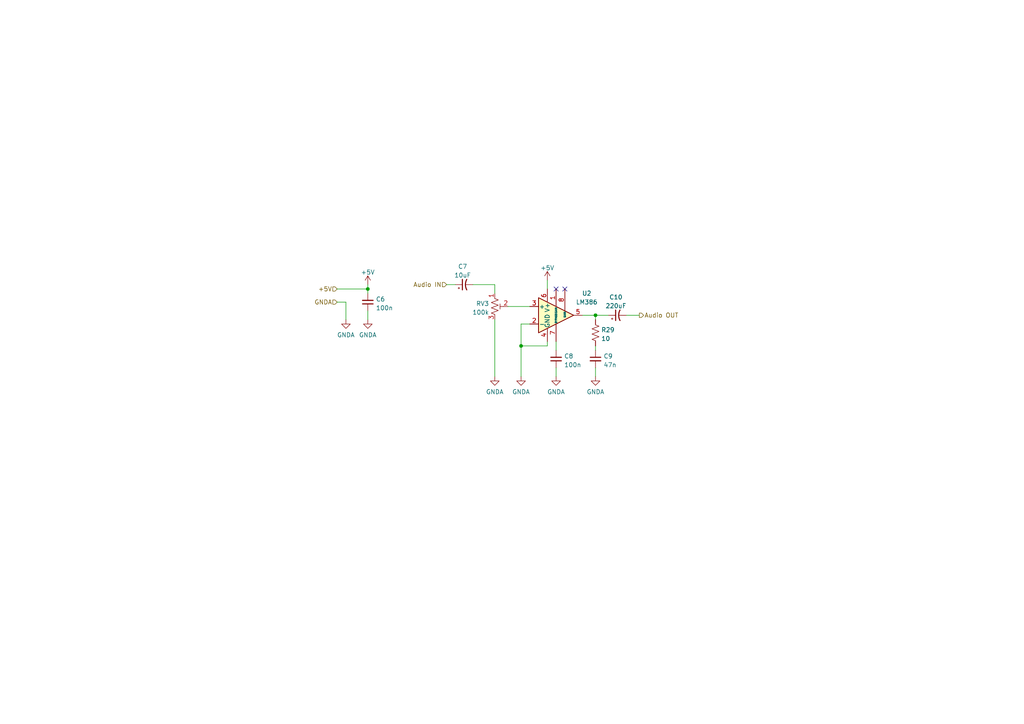
<source format=kicad_sch>
(kicad_sch (version 20230121) (generator eeschema)
  (paper "A4")
  (lib_symbols
    (symbol "Amplifier_Audio:LM386" (pin_names (offset 0.127))
      (property "Reference" "U2" (at 8.89 6.35 0))
      (property "Value" "LM386" (at 8.89 3.81 0))
      (symbol "LM386_0_1"
        (polyline (pts (xy 5.08 0) (xy -5.08 5.08) (xy -5.08 -5.08) (xy 5.08 0)) (stroke (width 0.254)) (fill (type background)))
      )
      (symbol "LM386_1_1"
        (pin input line (at 0 7.62 270) (length 5.08) (name "GAIN") (number "1"))
        (pin input line (at -7.62 -2.54 0) (length 2.54) (name "-") (number "2"))
        (pin input line (at -7.62 2.54 0) (length 2.54) (name "+") (number "3"))
        (pin power_in line (at -2.54 -7.62 90) (length 3.81) (name "GND") (number "4"))
        (pin output line (at 7.62 0 180) (length 2.54) (name "~") (number "5"))
        (pin power_in line (at -2.54 7.62 270) (length 3.81) (name "V+") (number "6"))
        (pin input line (at 0 -7.62 90) (length 5.08) (name "BYPASS") (number "7"))
        (pin input line (at 2.54 7.62 270) (length 6.35) (name "GAIN") (number "8"))
      )
    )
    (symbol "Device:C_Polarized_Small_US" (pin_numbers hide) (pin_names (offset 0.254) hide)
      (property "Reference" "C" (at 0.254 1.778 0))
      (property "Value" "C_Polarized_Small_US" (at 0.254 -2.032 0))
      (symbol "C_Polarized_Small_US_0_1"
        (polyline (pts (xy -1.524 0.508) (xy 1.524 0.508)) (stroke (width 0.3048)))
        (polyline (pts (xy -1.27 1.524) (xy -0.762 1.524)))
        (polyline (pts (xy -1.016 1.27) (xy -1.016 1.778)))
        (arc (start 1.524 -0.762) (mid 0 -0.3734) (end -1.524 -0.762) (stroke (width 0.3048)))
      )
      (symbol "C_Polarized_Small_US_1_1"
        (pin passive line (at 0 2.54 270) (length 2.032) (name "~") (number "1"))
        (pin passive line (at 0 -2.54 90) (length 2.032) (name "~") (number "2"))
      )
    )
    (symbol "Device:C_Small" (pin_numbers hide) (pin_names (offset 0.254) hide)
      (property "Reference" "C" (at 0.254 1.778 0))
      (property "Value" "C_Small" (at 0.254 -2.032 0))
      (symbol "C_Small_0_1"
        (polyline (pts (xy -1.524 -0.508) (xy 1.524 -0.508)) (stroke (width 0.3302)))
        (polyline (pts (xy -1.524 0.508) (xy 1.524 0.508)) (stroke (width 0.3048)))
      )
      (symbol "C_Small_1_1"
        (pin passive line (at 0 2.54 270) (length 2.032) (name "~") (number "1"))
        (pin passive line (at 0 -2.54 90) (length 2.032) (name "~") (number "2"))
      )
    )
    (symbol "Device:R_Potentiometer_Trim_US" (pin_names (offset 1.016) hide)
      (property "Reference" "RV" (at -4.445 0 90))
      (property "Value" "R_Potentiometer_Trim_US" (at -2.54 0 90))
      (symbol "R_Potentiometer_Trim_US_0_1"
        (polyline (pts (xy 0 -2.286) (xy 0 -2.54)))
        (polyline (pts (xy 0 2.286) (xy 0 2.54)))
        (polyline (pts (xy 1.524 0.762) (xy 1.524 -0.762)))
        (polyline (pts (xy 2.54 0) (xy 1.524 0)))
        (polyline (pts (xy 0 -0.762) (xy 1.016 -1.143) (xy 0 -1.524) (xy -1.016 -1.905) (xy 0 -2.286)))
        (polyline (pts (xy 0 0.762) (xy 1.016 0.381) (xy 0 0) (xy -1.016 -0.381) (xy 0 -0.762)))
        (polyline (pts (xy 0 2.286) (xy 1.016 1.905) (xy 0 1.524) (xy -1.016 1.143) (xy 0 0.762)))
      )
      (symbol "R_Potentiometer_Trim_US_1_1"
        (pin passive line (at 0 3.81 270) (length 1.27) (name "1") (number "1"))
        (pin passive line (at 3.81 0 180) (length 1.27) (name "2") (number "2"))
        (pin passive line (at 0 -3.81 90) (length 1.27) (name "3") (number "3"))
      )
    )
    (symbol "Device:R_US" (pin_numbers hide) (pin_names (offset 0))
      (property "Reference" "R" (at 2.54 0 90))
      (property "Value" "R_US" (at -2.54 0 90))
      (symbol "R_US_0_1"
        (polyline (pts (xy 0 -2.286) (xy 0 -2.54)))
        (polyline (pts (xy 0 2.286) (xy 0 2.54)))
        (polyline (pts (xy 0 -0.762) (xy 1.016 -1.143) (xy 0 -1.524) (xy -1.016 -1.905) (xy 0 -2.286)))
        (polyline (pts (xy 0 0.762) (xy 1.016 0.381) (xy 0 0) (xy -1.016 -0.381) (xy 0 -0.762)))
        (polyline (pts (xy 0 2.286) (xy 1.016 1.905) (xy 0 1.524) (xy -1.016 1.143) (xy 0 0.762)))
      )
      (symbol "R_US_1_1"
        (pin passive line (at 0 3.81 270) (length 1.27) (name "~") (number "1"))
        (pin passive line (at 0 -3.81 90) (length 1.27) (name "~") (number "2"))
      )
    )
    (symbol "power:+5V" (power) (pin_names (offset 0))
      (property "Value" "+5V" (at 0 3.556 0))
      (symbol "+5V_0_1"
        (polyline (pts (xy -0.762 1.27) (xy 0 2.54)))
        (polyline (pts (xy 0 0) (xy 0 2.54)))
        (polyline (pts (xy 0 2.54) (xy 0.762 1.27)))
      )
      (symbol "+5V_1_1"
        (pin power_in line (at 0 0 90) (length 0) hide (name "+5V") (number "1"))
      )
    )
    (symbol "power:GNDA" (power) (pin_names (offset 0))
      (property "Value" "GNDA" (at 0 -3.81 0))
      (symbol "GNDA_0_1"
        (polyline (pts (xy 0 0) (xy 0 -1.27) (xy 1.27 -1.27) (xy 0 -2.54) (xy -1.27 -1.27) (xy 0 -1.27)))
      )
      (symbol "GNDA_1_1"
        (pin power_in line (at 0 0 270) (length 0) hide (name "GNDA") (number "1"))
      )
    )
  )
  (junction (at 151.13 100.33))
  (junction (at 172.72 91.44))
  (junction (at 106.68 83.82))
  (no_connect (at 161.29 83.82))
  (no_connect (at 163.83 83.82))
  (wire (pts (xy 100.33 87.63) (xy 97.79 87.63)))
  (wire (pts (xy 172.72 91.44) (xy 176.53 91.44)))
  (wire (pts (xy 129.54 82.55) (xy 132.08 82.55)))
  (wire (pts (xy 100.33 87.63) (xy 100.33 92.71)))
  (wire (pts (xy 172.72 91.44) (xy 172.72 92.71)))
  (wire (pts (xy 181.61 91.44) (xy 185.42 91.44)))
  (wire (pts (xy 172.72 106.68) (xy 172.72 109.22)))
  (wire (pts (xy 151.13 100.33) (xy 158.75 100.33)))
  (wire (pts (xy 106.68 90.17) (xy 106.68 92.71)))
  (wire (pts (xy 147.32 88.9) (xy 153.67 88.9)))
  (wire (pts (xy 158.75 81.28) (xy 158.75 83.82)))
  (wire (pts (xy 137.16 82.55) (xy 143.51 82.55)))
  (wire (pts (xy 168.91 91.44) (xy 172.72 91.44)))
  (wire (pts (xy 143.51 92.71) (xy 143.51 109.22)))
  (wire (pts (xy 151.13 100.33) (xy 151.13 109.22)))
  (wire (pts (xy 143.51 82.55) (xy 143.51 85.09)))
  (wire (pts (xy 151.13 100.33) (xy 151.13 93.98)))
  (wire (pts (xy 151.13 93.98) (xy 153.67 93.98)))
  (wire (pts (xy 106.68 83.82) (xy 106.68 85.09)))
  (wire (pts (xy 158.75 99.06) (xy 158.75 100.33)))
  (wire (pts (xy 161.29 99.06) (xy 161.29 101.6)))
  (wire (pts (xy 106.68 82.55) (xy 106.68 83.82)))
  (wire (pts (xy 106.68 83.82) (xy 97.79 83.82)))
  (wire (pts (xy 172.72 101.6) (xy 172.72 100.33)))
  (wire (pts (xy 161.29 106.68) (xy 161.29 109.22)))
  (hierarchical_label "+5V" (shape input) (at 97.79 83.82 180))
  (hierarchical_label "GNDA" (shape input) (at 97.79 87.63 180))
  (hierarchical_label "Audio IN" (shape input) (at 129.54 82.55 180))
  (hierarchical_label "Audio OUT" (shape output) (at 185.42 91.44 0))
  (symbol (lib_id "power:GNDA") (at 161.29 109.22 0) (unit 1)
    (property "Reference" "#PWR033" (effects hide))
    (property "Value" "GNDA" (at 161.29 113.6634 0))
  )
  (symbol (lib_id "Device:R_US") (at 172.72 96.52 0) (unit 1)
    (property "Reference" "R29" (at 174.371 95.6853 0) (effects (justify left)))
    (property "Value" "10" (at 174.371 98.2222 0) (effects (justify left)))
    (property "Footprint" "Resistor_SMD:R_1206_3216Metric" (effects hide))
  )
  (symbol (lib_id "Device:C_Polarized_Small_US") (at 134.62 82.55 90) (unit 1)
    (property "Reference" "C7" (at 134.1882 77.3008 90))
    (property "Value" "10uF" (at 134.1882 79.8377 90))
    (property "Footprint" "Capacitor_THT:CP_Radial_D5.0mm_P2.00mm" (effects hide))
  )
  (symbol (lib_id "power:+5V") (at 106.68 82.55 0) (mirror y) (unit 1)
    (property "Reference" "#PWR028" (effects hide))
    (property "Value" "+5V" (at 106.68 78.9742 0))
  )
  (symbol (lib_id "Device:C_Small") (at 106.68 87.63 0) (mirror x) (unit 1)
    (property "Reference" "C6" (at 109.0041 86.7889 0) (effects (justify left)))
    (property "Value" "100n" (at 109.0041 89.3258 0) (effects (justify left)))
    (property "Footprint" "Capacitor_SMD:C_0805_2012Metric_Pad1.18x1.45mm_HandSolder" (effects hide))
  )
  (symbol (lib_id "Device:R_Potentiometer_Trim_US") (at 143.51 88.9 0) (unit 1)
    (property "Reference" "RV3" (at 141.8591 88.0653 0) (effects (justify right)))
    (property "Value" "100k" (at 141.8591 90.6022 0) (effects (justify right)))
    (property "Footprint" "Potentiometer_THT:Potentiometer_Bourns_3296W_Vertical" (effects hide))
  )
  (symbol (lib_id "power:GNDA") (at 143.51 109.22 0) (unit 1)
    (property "Reference" "#PWR030" (effects hide))
    (property "Value" "GNDA" (at 143.51 113.6634 0))
  )
  (symbol (lib_id "power:GNDA") (at 100.33 92.71 0) (mirror y) (unit 1)
    (property "Reference" "#PWR027" (effects hide))
    (property "Value" "GNDA" (at 100.33 97.1534 0))
  )
  (symbol (lib_id "power:GNDA") (at 106.68 92.71 0) (mirror y) (unit 1)
    (property "Reference" "#PWR029" (effects hide))
    (property "Value" "GNDA" (at 106.68 97.1534 0))
  )
  (symbol (lib_id "Device:C_Small") (at 161.29 104.14 180) (unit 1)
    (property "Reference" "C8" (at 163.6141 103.2989 0) (effects (justify right)))
    (property "Value" "100n" (at 163.6141 105.8358 0) (effects (justify right)))
    (property "Footprint" "Capacitor_SMD:C_0805_2012Metric_Pad1.18x1.45mm_HandSolder" (effects hide))
  )
  (symbol (lib_id "power:+5V") (at 158.75 81.28 0) (unit 1)
    (property "Reference" "#PWR032" (effects hide))
    (property "Value" "+5V" (at 158.75 77.7042 0))
  )
  (symbol (lib_id "Device:C_Polarized_Small_US") (at 179.07 91.44 90) (unit 1)
    (property "Reference" "C10" (at 178.6382 86.1908 90))
    (property "Value" "220uF" (at 178.6382 88.7277 90))
    (property "Footprint" "Capacitor_THT:CP_Radial_D10.0mm_P5.00mm" (effects hide))
  )
  (symbol (lib_id "power:GNDA") (at 151.13 109.22 0) (unit 1)
    (property "Reference" "#PWR031" (effects hide))
    (property "Value" "GNDA" (at 151.13 113.6634 0))
  )
  (symbol (lib_id "Amplifier_Audio:LM386") (at 161.29 91.44 0) (unit 1)
    (property "Reference" "U2" (at 170.18 85.09 0))
    (property "Value" "LM386" (at 170.18 87.63 0))
    (property "Footprint" "Package_SO:SOIC-8_3.9x4.9mm_P1.27mm" (effects hide))
    (property "Datasheet" "http://www.ti.com/lit/ds/symlink/lm386.pdf" (effects hide))
  )
  (symbol (lib_id "power:GNDA") (at 172.72 109.22 0) (unit 1)
    (property "Reference" "#PWR034" (effects hide))
    (property "Value" "GNDA" (at 172.72 113.6634 0))
  )
  (symbol (lib_id "Device:C_Small") (at 172.72 104.14 0) (unit 1)
    (property "Reference" "C9" (at 175.0441 103.3116 0) (effects (justify left)))
    (property "Value" "47n" (at 175.0441 105.8485 0) (effects (justify left)))
    (property "Footprint" "Capacitor_SMD:C_1206_3216Metric" (effects hide))
  )
)
</source>
